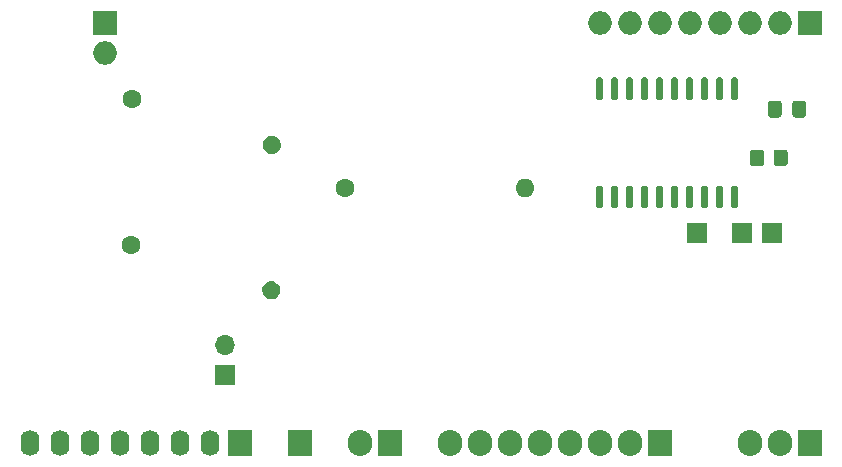
<source format=gbr>
%TF.GenerationSoftware,KiCad,Pcbnew,(5.1.8)-1*%
%TF.CreationDate,2024-03-21T22:45:28+03:00*%
%TF.ProjectId,Reg,5265672e-6b69-4636-9164-5f7063625858,rev?*%
%TF.SameCoordinates,Original*%
%TF.FileFunction,Soldermask,Bot*%
%TF.FilePolarity,Negative*%
%FSLAX46Y46*%
G04 Gerber Fmt 4.6, Leading zero omitted, Abs format (unit mm)*
G04 Created by KiCad (PCBNEW (5.1.8)-1) date 2024-03-21 22:45:28*
%MOMM*%
%LPD*%
G01*
G04 APERTURE LIST*
%ADD10O,2.000000X2.000000*%
%ADD11R,2.000000X2.000000*%
%ADD12R,1.700000X1.700000*%
%ADD13O,1.600000X1.600000*%
%ADD14C,1.600000*%
%ADD15R,2.100000X2.200000*%
%ADD16O,1.600000X2.200000*%
%ADD17O,2.100000X2.200000*%
%ADD18O,1.700000X1.700000*%
G04 APERTURE END LIST*
%TO.C,C4*%
G36*
G01*
X117025000Y-24607500D02*
X117025000Y-25557500D01*
G75*
G02*
X116775000Y-25807500I-250000J0D01*
G01*
X116100000Y-25807500D01*
G75*
G02*
X115850000Y-25557500I0J250000D01*
G01*
X115850000Y-24607500D01*
G75*
G02*
X116100000Y-24357500I250000J0D01*
G01*
X116775000Y-24357500D01*
G75*
G02*
X117025000Y-24607500I0J-250000D01*
G01*
G37*
G36*
G01*
X119100000Y-24607500D02*
X119100000Y-25557500D01*
G75*
G02*
X118850000Y-25807500I-250000J0D01*
G01*
X118175000Y-25807500D01*
G75*
G02*
X117925000Y-25557500I0J250000D01*
G01*
X117925000Y-24607500D01*
G75*
G02*
X118175000Y-24357500I250000J0D01*
G01*
X118850000Y-24357500D01*
G75*
G02*
X119100000Y-24607500I0J-250000D01*
G01*
G37*
%TD*%
%TO.C,R14*%
G36*
G01*
X116335000Y-29660001D02*
X116335000Y-28759999D01*
G75*
G02*
X116584999Y-28510000I249999J0D01*
G01*
X117285001Y-28510000D01*
G75*
G02*
X117535000Y-28759999I0J-249999D01*
G01*
X117535000Y-29660001D01*
G75*
G02*
X117285001Y-29910000I-249999J0D01*
G01*
X116584999Y-29910000D01*
G75*
G02*
X116335000Y-29660001I0J249999D01*
G01*
G37*
G36*
G01*
X114335000Y-29660001D02*
X114335000Y-28759999D01*
G75*
G02*
X114584999Y-28510000I249999J0D01*
G01*
X115285001Y-28510000D01*
G75*
G02*
X115535000Y-28759999I0J-249999D01*
G01*
X115535000Y-29660001D01*
G75*
G02*
X115285001Y-29910000I-249999J0D01*
G01*
X114584999Y-29910000D01*
G75*
G02*
X114335000Y-29660001I0J249999D01*
G01*
G37*
%TD*%
%TO.C,U5*%
G36*
G01*
X113180000Y-24290000D02*
X112880000Y-24290000D01*
G75*
G02*
X112730000Y-24140000I0J150000D01*
G01*
X112730000Y-22540000D01*
G75*
G02*
X112880000Y-22390000I150000J0D01*
G01*
X113180000Y-22390000D01*
G75*
G02*
X113330000Y-22540000I0J-150000D01*
G01*
X113330000Y-24140000D01*
G75*
G02*
X113180000Y-24290000I-150000J0D01*
G01*
G37*
G36*
G01*
X111910000Y-24290000D02*
X111610000Y-24290000D01*
G75*
G02*
X111460000Y-24140000I0J150000D01*
G01*
X111460000Y-22540000D01*
G75*
G02*
X111610000Y-22390000I150000J0D01*
G01*
X111910000Y-22390000D01*
G75*
G02*
X112060000Y-22540000I0J-150000D01*
G01*
X112060000Y-24140000D01*
G75*
G02*
X111910000Y-24290000I-150000J0D01*
G01*
G37*
G36*
G01*
X110640000Y-24290000D02*
X110340000Y-24290000D01*
G75*
G02*
X110190000Y-24140000I0J150000D01*
G01*
X110190000Y-22540000D01*
G75*
G02*
X110340000Y-22390000I150000J0D01*
G01*
X110640000Y-22390000D01*
G75*
G02*
X110790000Y-22540000I0J-150000D01*
G01*
X110790000Y-24140000D01*
G75*
G02*
X110640000Y-24290000I-150000J0D01*
G01*
G37*
G36*
G01*
X109370000Y-24290000D02*
X109070000Y-24290000D01*
G75*
G02*
X108920000Y-24140000I0J150000D01*
G01*
X108920000Y-22540000D01*
G75*
G02*
X109070000Y-22390000I150000J0D01*
G01*
X109370000Y-22390000D01*
G75*
G02*
X109520000Y-22540000I0J-150000D01*
G01*
X109520000Y-24140000D01*
G75*
G02*
X109370000Y-24290000I-150000J0D01*
G01*
G37*
G36*
G01*
X108100000Y-24290000D02*
X107800000Y-24290000D01*
G75*
G02*
X107650000Y-24140000I0J150000D01*
G01*
X107650000Y-22540000D01*
G75*
G02*
X107800000Y-22390000I150000J0D01*
G01*
X108100000Y-22390000D01*
G75*
G02*
X108250000Y-22540000I0J-150000D01*
G01*
X108250000Y-24140000D01*
G75*
G02*
X108100000Y-24290000I-150000J0D01*
G01*
G37*
G36*
G01*
X106830000Y-24290000D02*
X106530000Y-24290000D01*
G75*
G02*
X106380000Y-24140000I0J150000D01*
G01*
X106380000Y-22540000D01*
G75*
G02*
X106530000Y-22390000I150000J0D01*
G01*
X106830000Y-22390000D01*
G75*
G02*
X106980000Y-22540000I0J-150000D01*
G01*
X106980000Y-24140000D01*
G75*
G02*
X106830000Y-24290000I-150000J0D01*
G01*
G37*
G36*
G01*
X105560000Y-24290000D02*
X105260000Y-24290000D01*
G75*
G02*
X105110000Y-24140000I0J150000D01*
G01*
X105110000Y-22540000D01*
G75*
G02*
X105260000Y-22390000I150000J0D01*
G01*
X105560000Y-22390000D01*
G75*
G02*
X105710000Y-22540000I0J-150000D01*
G01*
X105710000Y-24140000D01*
G75*
G02*
X105560000Y-24290000I-150000J0D01*
G01*
G37*
G36*
G01*
X104290000Y-24290000D02*
X103990000Y-24290000D01*
G75*
G02*
X103840000Y-24140000I0J150000D01*
G01*
X103840000Y-22540000D01*
G75*
G02*
X103990000Y-22390000I150000J0D01*
G01*
X104290000Y-22390000D01*
G75*
G02*
X104440000Y-22540000I0J-150000D01*
G01*
X104440000Y-24140000D01*
G75*
G02*
X104290000Y-24290000I-150000J0D01*
G01*
G37*
G36*
G01*
X103020000Y-24290000D02*
X102720000Y-24290000D01*
G75*
G02*
X102570000Y-24140000I0J150000D01*
G01*
X102570000Y-22540000D01*
G75*
G02*
X102720000Y-22390000I150000J0D01*
G01*
X103020000Y-22390000D01*
G75*
G02*
X103170000Y-22540000I0J-150000D01*
G01*
X103170000Y-24140000D01*
G75*
G02*
X103020000Y-24290000I-150000J0D01*
G01*
G37*
G36*
G01*
X101750000Y-24290000D02*
X101450000Y-24290000D01*
G75*
G02*
X101300000Y-24140000I0J150000D01*
G01*
X101300000Y-22540000D01*
G75*
G02*
X101450000Y-22390000I150000J0D01*
G01*
X101750000Y-22390000D01*
G75*
G02*
X101900000Y-22540000I0J-150000D01*
G01*
X101900000Y-24140000D01*
G75*
G02*
X101750000Y-24290000I-150000J0D01*
G01*
G37*
G36*
G01*
X101750000Y-33490000D02*
X101450000Y-33490000D01*
G75*
G02*
X101300000Y-33340000I0J150000D01*
G01*
X101300000Y-31740000D01*
G75*
G02*
X101450000Y-31590000I150000J0D01*
G01*
X101750000Y-31590000D01*
G75*
G02*
X101900000Y-31740000I0J-150000D01*
G01*
X101900000Y-33340000D01*
G75*
G02*
X101750000Y-33490000I-150000J0D01*
G01*
G37*
G36*
G01*
X103020000Y-33490000D02*
X102720000Y-33490000D01*
G75*
G02*
X102570000Y-33340000I0J150000D01*
G01*
X102570000Y-31740000D01*
G75*
G02*
X102720000Y-31590000I150000J0D01*
G01*
X103020000Y-31590000D01*
G75*
G02*
X103170000Y-31740000I0J-150000D01*
G01*
X103170000Y-33340000D01*
G75*
G02*
X103020000Y-33490000I-150000J0D01*
G01*
G37*
G36*
G01*
X104290000Y-33490000D02*
X103990000Y-33490000D01*
G75*
G02*
X103840000Y-33340000I0J150000D01*
G01*
X103840000Y-31740000D01*
G75*
G02*
X103990000Y-31590000I150000J0D01*
G01*
X104290000Y-31590000D01*
G75*
G02*
X104440000Y-31740000I0J-150000D01*
G01*
X104440000Y-33340000D01*
G75*
G02*
X104290000Y-33490000I-150000J0D01*
G01*
G37*
G36*
G01*
X105560000Y-33490000D02*
X105260000Y-33490000D01*
G75*
G02*
X105110000Y-33340000I0J150000D01*
G01*
X105110000Y-31740000D01*
G75*
G02*
X105260000Y-31590000I150000J0D01*
G01*
X105560000Y-31590000D01*
G75*
G02*
X105710000Y-31740000I0J-150000D01*
G01*
X105710000Y-33340000D01*
G75*
G02*
X105560000Y-33490000I-150000J0D01*
G01*
G37*
G36*
G01*
X106830000Y-33490000D02*
X106530000Y-33490000D01*
G75*
G02*
X106380000Y-33340000I0J150000D01*
G01*
X106380000Y-31740000D01*
G75*
G02*
X106530000Y-31590000I150000J0D01*
G01*
X106830000Y-31590000D01*
G75*
G02*
X106980000Y-31740000I0J-150000D01*
G01*
X106980000Y-33340000D01*
G75*
G02*
X106830000Y-33490000I-150000J0D01*
G01*
G37*
G36*
G01*
X108100000Y-33490000D02*
X107800000Y-33490000D01*
G75*
G02*
X107650000Y-33340000I0J150000D01*
G01*
X107650000Y-31740000D01*
G75*
G02*
X107800000Y-31590000I150000J0D01*
G01*
X108100000Y-31590000D01*
G75*
G02*
X108250000Y-31740000I0J-150000D01*
G01*
X108250000Y-33340000D01*
G75*
G02*
X108100000Y-33490000I-150000J0D01*
G01*
G37*
G36*
G01*
X109370000Y-33490000D02*
X109070000Y-33490000D01*
G75*
G02*
X108920000Y-33340000I0J150000D01*
G01*
X108920000Y-31740000D01*
G75*
G02*
X109070000Y-31590000I150000J0D01*
G01*
X109370000Y-31590000D01*
G75*
G02*
X109520000Y-31740000I0J-150000D01*
G01*
X109520000Y-33340000D01*
G75*
G02*
X109370000Y-33490000I-150000J0D01*
G01*
G37*
G36*
G01*
X110640000Y-33490000D02*
X110340000Y-33490000D01*
G75*
G02*
X110190000Y-33340000I0J150000D01*
G01*
X110190000Y-31740000D01*
G75*
G02*
X110340000Y-31590000I150000J0D01*
G01*
X110640000Y-31590000D01*
G75*
G02*
X110790000Y-31740000I0J-150000D01*
G01*
X110790000Y-33340000D01*
G75*
G02*
X110640000Y-33490000I-150000J0D01*
G01*
G37*
G36*
G01*
X111910000Y-33490000D02*
X111610000Y-33490000D01*
G75*
G02*
X111460000Y-33340000I0J150000D01*
G01*
X111460000Y-31740000D01*
G75*
G02*
X111610000Y-31590000I150000J0D01*
G01*
X111910000Y-31590000D01*
G75*
G02*
X112060000Y-31740000I0J-150000D01*
G01*
X112060000Y-33340000D01*
G75*
G02*
X111910000Y-33490000I-150000J0D01*
G01*
G37*
G36*
G01*
X113180000Y-33490000D02*
X112880000Y-33490000D01*
G75*
G02*
X112730000Y-33340000I0J150000D01*
G01*
X112730000Y-31740000D01*
G75*
G02*
X112880000Y-31590000I150000J0D01*
G01*
X113180000Y-31590000D01*
G75*
G02*
X113330000Y-31740000I0J-150000D01*
G01*
X113330000Y-33340000D01*
G75*
G02*
X113180000Y-33490000I-150000J0D01*
G01*
G37*
%TD*%
D10*
%TO.C,J11*%
X101600000Y-17780000D03*
X104140000Y-17780000D03*
X106680000Y-17780000D03*
X109220000Y-17780000D03*
X111760000Y-17780000D03*
X114300000Y-17780000D03*
X116840000Y-17780000D03*
D11*
X119380000Y-17780000D03*
%TD*%
D12*
%TO.C,J10*%
X113665000Y-35560000D03*
%TD*%
%TO.C,J9*%
X109855000Y-35560000D03*
%TD*%
%TO.C,J8*%
X116205000Y-35560000D03*
%TD*%
D13*
%TO.C,R1*%
X95250000Y-31750000D03*
D14*
X80010000Y-31750000D03*
%TD*%
%TO.C,C3*%
G36*
G01*
X73039861Y-40191498D02*
X73039861Y-40191498D01*
G75*
G02*
X74047920Y-39677867I760845J-247214D01*
G01*
X74047920Y-39677867D01*
G75*
G02*
X74561551Y-40685926I-247214J-760845D01*
G01*
X74561551Y-40685926D01*
G75*
G02*
X73553492Y-41199557I-760845J247214D01*
G01*
X73553492Y-41199557D01*
G75*
G02*
X73039861Y-40191498I247214J760845D01*
G01*
G37*
X61912500Y-36576000D03*
%TD*%
%TO.C,C1*%
G36*
G01*
X73103361Y-27872498D02*
X73103361Y-27872498D01*
G75*
G02*
X74111420Y-27358867I760845J-247214D01*
G01*
X74111420Y-27358867D01*
G75*
G02*
X74625051Y-28366926I-247214J-760845D01*
G01*
X74625051Y-28366926D01*
G75*
G02*
X73616992Y-28880557I-760845J247214D01*
G01*
X73616992Y-28880557D01*
G75*
G02*
X73103361Y-27872498I247214J760845D01*
G01*
G37*
X61976000Y-24257000D03*
%TD*%
D15*
%TO.C,J1*%
X71120000Y-53340000D03*
D16*
X68580000Y-53340000D03*
X66040000Y-53340000D03*
X63500000Y-53340000D03*
X60960000Y-53340000D03*
X58420000Y-53340000D03*
X55880000Y-53340000D03*
X53340000Y-53340000D03*
%TD*%
D17*
%TO.C,J2*%
X88900000Y-53340000D03*
X91440000Y-53340000D03*
X93980000Y-53340000D03*
X96520000Y-53340000D03*
X99060000Y-53340000D03*
X101600000Y-53340000D03*
X104140000Y-53340000D03*
D15*
X106680000Y-53340000D03*
%TD*%
%TO.C,J3*%
X83820000Y-53340000D03*
D17*
X81280000Y-53340000D03*
%TD*%
D15*
%TO.C,J4*%
X119380000Y-53340000D03*
D17*
X116840000Y-53340000D03*
X114300000Y-53340000D03*
%TD*%
D10*
%TO.C,J5*%
X59690000Y-20320000D03*
D11*
X59690000Y-17780000D03*
%TD*%
D12*
%TO.C,J6*%
X69850000Y-47625000D03*
D18*
X69850000Y-45085000D03*
%TD*%
D15*
%TO.C,J7*%
X76200000Y-53340000D03*
%TD*%
M02*

</source>
